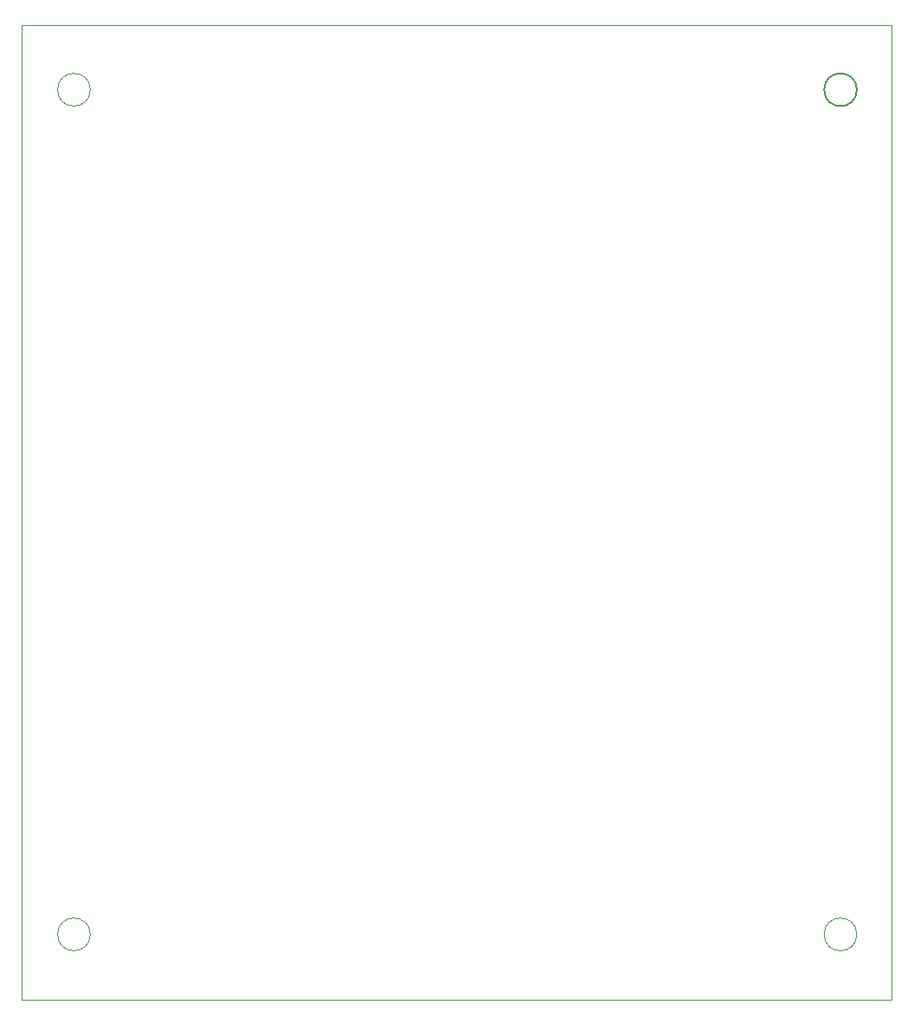
<source format=gm1>
%TF.GenerationSoftware,KiCad,Pcbnew,(5.1.12)-1*%
%TF.CreationDate,2021-11-26T16:20:00-08:00*%
%TF.ProjectId,adsr_envelope,61647372-5f65-46e7-9665-6c6f70652e6b,rev?*%
%TF.SameCoordinates,Original*%
%TF.FileFunction,Profile,NP*%
%FSLAX46Y46*%
G04 Gerber Fmt 4.6, Leading zero omitted, Abs format (unit mm)*
G04 Created by KiCad (PCBNEW (5.1.12)-1) date 2021-11-26 16:20:00*
%MOMM*%
%LPD*%
G01*
G04 APERTURE LIST*
%TA.AperFunction,Profile*%
%ADD10C,0.050000*%
%TD*%
%TA.AperFunction,Profile*%
%ADD11C,0.150000*%
%TD*%
G04 APERTURE END LIST*
D10*
X24460000Y-31750000D02*
G75*
G03*
X24460000Y-31750000I-1600000J0D01*
G01*
D11*
X99440800Y-31750000D02*
G75*
G03*
X99440800Y-31750000I-1600000J0D01*
G01*
D10*
X99440800Y-114300000D02*
G75*
G03*
X99440800Y-114300000I-1600000J0D01*
G01*
X24460000Y-114300000D02*
G75*
G03*
X24460000Y-114300000I-1600000J0D01*
G01*
X102870000Y-25400000D02*
X17780000Y-25400000D01*
X102870000Y-120650000D02*
X102870000Y-25400000D01*
X17780000Y-120650000D02*
X102870000Y-120650000D01*
X17780000Y-25400000D02*
X17780000Y-120650000D01*
M02*

</source>
